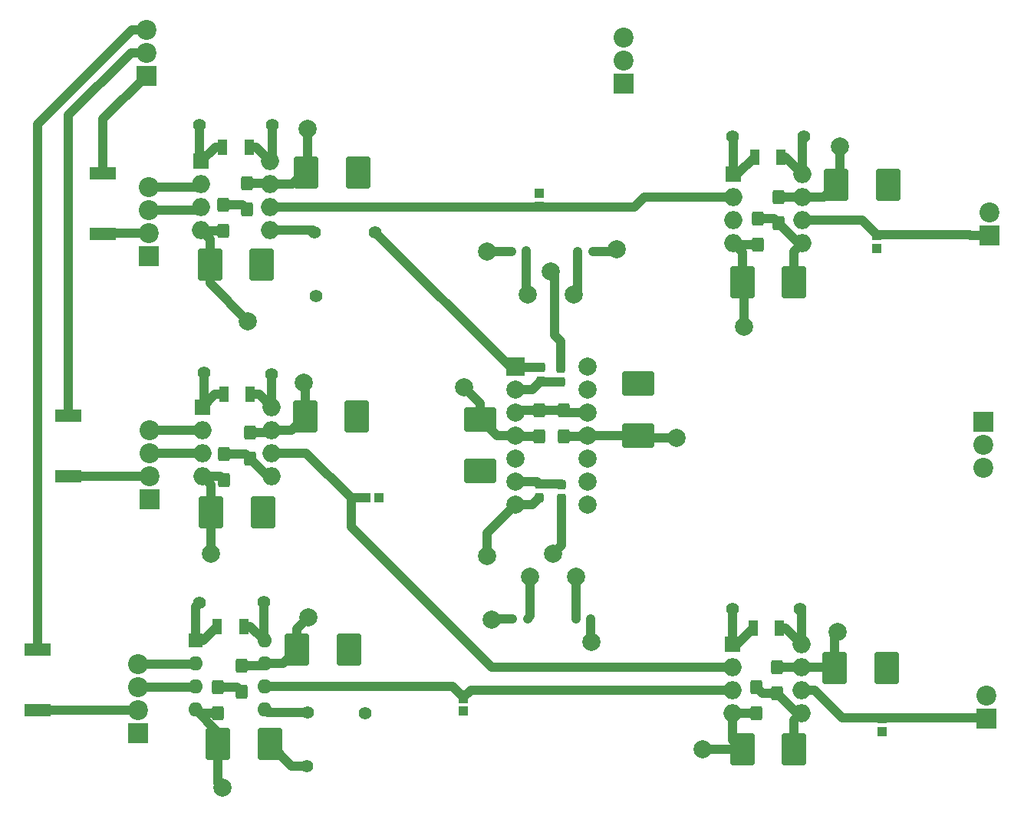
<source format=gbr>
%TF.GenerationSoftware,KiCad,Pcbnew,7.0.5*%
%TF.CreationDate,2023-07-31T13:29:29+02:00*%
%TF.ProjectId,Byaxon_2D_V1,42796178-6f6e-45f3-9244-5f56312e6b69,rev?*%
%TF.SameCoordinates,Original*%
%TF.FileFunction,Copper,L2,Bot*%
%TF.FilePolarity,Positive*%
%FSLAX46Y46*%
G04 Gerber Fmt 4.6, Leading zero omitted, Abs format (unit mm)*
G04 Created by KiCad (PCBNEW 7.0.5) date 2023-07-31 13:29:29*
%MOMM*%
%LPD*%
G01*
G04 APERTURE LIST*
G04 Aperture macros list*
%AMRoundRect*
0 Rectangle with rounded corners*
0 $1 Rounding radius*
0 $2 $3 $4 $5 $6 $7 $8 $9 X,Y pos of 4 corners*
0 Add a 4 corners polygon primitive as box body*
4,1,4,$2,$3,$4,$5,$6,$7,$8,$9,$2,$3,0*
0 Add four circle primitives for the rounded corners*
1,1,$1+$1,$2,$3*
1,1,$1+$1,$4,$5*
1,1,$1+$1,$6,$7*
1,1,$1+$1,$8,$9*
0 Add four rect primitives between the rounded corners*
20,1,$1+$1,$2,$3,$4,$5,0*
20,1,$1+$1,$4,$5,$6,$7,0*
20,1,$1+$1,$6,$7,$8,$9,0*
20,1,$1+$1,$8,$9,$2,$3,0*%
G04 Aperture macros list end*
%TA.AperFunction,ComponentPad*%
%ADD10R,1.800000X1.800000*%
%TD*%
%TA.AperFunction,ComponentPad*%
%ADD11O,2.000000X2.000000*%
%TD*%
%TA.AperFunction,ComponentPad*%
%ADD12C,1.400000*%
%TD*%
%TA.AperFunction,ComponentPad*%
%ADD13C,2.000000*%
%TD*%
%TA.AperFunction,ComponentPad*%
%ADD14R,2.200000X2.200000*%
%TD*%
%TA.AperFunction,ComponentPad*%
%ADD15C,2.200000*%
%TD*%
%TA.AperFunction,ComponentPad*%
%ADD16R,2.000000X2.000000*%
%TD*%
%TA.AperFunction,ComponentPad*%
%ADD17R,1.600000X1.600000*%
%TD*%
%TA.AperFunction,ComponentPad*%
%ADD18O,1.600000X1.600000*%
%TD*%
%TA.AperFunction,SMDPad,CuDef*%
%ADD19R,2.900000X1.450000*%
%TD*%
%TA.AperFunction,SMDPad,CuDef*%
%ADD20R,1.000000X1.750000*%
%TD*%
%TA.AperFunction,SMDPad,CuDef*%
%ADD21RoundRect,0.250000X0.425000X-0.537500X0.425000X0.537500X-0.425000X0.537500X-0.425000X-0.537500X0*%
%TD*%
%TA.AperFunction,SMDPad,CuDef*%
%ADD22R,1.000000X1.000000*%
%TD*%
%TA.AperFunction,SMDPad,CuDef*%
%ADD23RoundRect,0.250000X-1.112500X-1.500000X1.112500X-1.500000X1.112500X1.500000X-1.112500X1.500000X0*%
%TD*%
%TA.AperFunction,SMDPad,CuDef*%
%ADD24RoundRect,0.250000X1.112500X1.500000X-1.112500X1.500000X-1.112500X-1.500000X1.112500X-1.500000X0*%
%TD*%
%TA.AperFunction,SMDPad,CuDef*%
%ADD25RoundRect,0.250000X0.250000X-0.280000X0.250000X0.280000X-0.250000X0.280000X-0.250000X-0.280000X0*%
%TD*%
%TA.AperFunction,SMDPad,CuDef*%
%ADD26RoundRect,0.250000X-0.250000X0.280000X-0.250000X-0.280000X0.250000X-0.280000X0.250000X0.280000X0*%
%TD*%
%TA.AperFunction,SMDPad,CuDef*%
%ADD27R,0.762000X0.939800*%
%TD*%
%TA.AperFunction,SMDPad,CuDef*%
%ADD28RoundRect,0.250000X1.500000X-1.112500X1.500000X1.112500X-1.500000X1.112500X-1.500000X-1.112500X0*%
%TD*%
%TA.AperFunction,SMDPad,CuDef*%
%ADD29RoundRect,0.250000X-0.425000X0.537500X-0.425000X-0.537500X0.425000X-0.537500X0.425000X0.537500X0*%
%TD*%
%TA.AperFunction,ViaPad*%
%ADD30C,2.000000*%
%TD*%
%TA.AperFunction,Conductor*%
%ADD31C,1.000000*%
%TD*%
G04 APERTURE END LIST*
D10*
%TO.P,INA217_9,1,Rg*%
%TO.N,Net-(J9-Pin_1)*%
X116500000Y-109160000D03*
D11*
%TO.P,INA217_9,2,-*%
%TO.N,Net-(INA217_8-+)*%
X116500000Y-111700000D03*
%TO.P,INA217_9,3,+*%
%TO.N,Net-(INA217_9-+)*%
X116500000Y-114240000D03*
%TO.P,INA217_9,4,Vs-*%
%TO.N,-13*%
X116500000Y-116780000D03*
%TO.P,INA217_9,5,Ref*%
%TO.N,Earth*%
X124120000Y-116780000D03*
%TO.P,INA217_9,6*%
%TO.N,Net-(gradOutPut3-Pin_1)*%
X124120000Y-114240000D03*
%TO.P,INA217_9,7,Vs+*%
%TO.N,+13*%
X124120000Y-111700000D03*
%TO.P,INA217_9,8,Rg*%
%TO.N,Net-(J10-Pin_1)*%
X124120000Y-109160000D03*
%TD*%
D12*
%TO.P,J6,1,Pin_1*%
%TO.N,Net-(J6-Pin_1)*%
X65700000Y-51900000D03*
%TD*%
%TO.P,J8,1,Pin_1*%
%TO.N,Net-(J8-Pin_1)*%
X124400000Y-53100000D03*
%TD*%
%TO.P,J14,1,Pin_1*%
%TO.N,Net-(INA217_1-Ref)*%
X70400000Y-63725000D03*
%TD*%
%TO.P,J2,1,Pin_1*%
%TO.N,Net-(J2-Pin_1)*%
X64750000Y-104500000D03*
%TD*%
D13*
%TO.P,VR2,1,1*%
%TO.N,Net-(R11-Pad2)*%
X94200000Y-101700000D03*
%TO.P,VR2,2,2*%
%TO.N,Net-(R8-Pad1)*%
X96740000Y-99160000D03*
%TO.P,VR2,3,3*%
%TO.N,Net-(R12-Pad1)*%
X99280000Y-101700000D03*
%TD*%
D12*
%TO.P,J16,1,Pin_1*%
%TO.N,Net-(INA217_6-Ref)*%
X69600000Y-116700000D03*
%TD*%
D14*
%TO.P,connAlimen1,1,Pin_1*%
%TO.N,+13*%
X144200000Y-84600000D03*
D15*
%TO.P,connAlimen1,2,Pin_2*%
%TO.N,Earth*%
X144200000Y-87140000D03*
%TO.P,connAlimen1,3,Pin_3*%
%TO.N,-13*%
X144200000Y-89680000D03*
%TD*%
D14*
%TO.P,gradOutPut3,1,Pin_1*%
%TO.N,Net-(gradOutPut3-Pin_1)*%
X144500000Y-117390000D03*
D15*
%TO.P,gradOutPut3,2,Pin_2*%
%TO.N,Earth*%
X144500000Y-114850000D03*
%TD*%
D13*
%TO.P,VR1,1,1*%
%TO.N,Net-(R9-Pad2)*%
X93900000Y-70600000D03*
%TO.P,VR1,2,2*%
%TO.N,Net-(R28-Pad1)*%
X96440000Y-68060000D03*
%TO.P,VR1,3,3*%
%TO.N,Net-(R10-Pad1)*%
X98980000Y-70600000D03*
%TD*%
D10*
%TO.P,INA217_7,1,Rg*%
%TO.N,Net-(J3-Pin_1)*%
X58000000Y-83000000D03*
D11*
%TO.P,INA217_7,2,-*%
%TO.N,Net-(INA217_7--)*%
X58000000Y-85540000D03*
%TO.P,INA217_7,3,+*%
%TO.N,Net-(INA217_7-+)*%
X58000000Y-88080000D03*
%TO.P,INA217_7,4,Vs-*%
%TO.N,-13*%
X58000000Y-90620000D03*
%TO.P,INA217_7,5,Ref*%
%TO.N,Earth*%
X65620000Y-90620000D03*
%TO.P,INA217_7,6*%
%TO.N,Net-(INA217_8-+)*%
X65620000Y-88080000D03*
%TO.P,INA217_7,7,Vs+*%
%TO.N,+13*%
X65620000Y-85540000D03*
%TO.P,INA217_7,8,Rg*%
%TO.N,Net-(J4-Pin_1)*%
X65620000Y-83000000D03*
%TD*%
D12*
%TO.P,J12,1,Pin_1*%
%TO.N,Earth*%
X70500000Y-70725000D03*
%TD*%
%TO.P,J18,1,Pin_1*%
%TO.N,Earth*%
X69500000Y-122600000D03*
%TD*%
D14*
%TO.P,Lemo5,1,Pin_1*%
%TO.N,Earth*%
X52200000Y-93137500D03*
D15*
%TO.P,Lemo5,2,Pin_2*%
%TO.N,Net-(Lemo5-Pin_2)*%
X52200000Y-90597500D03*
%TO.P,Lemo5,3,Pin_3*%
%TO.N,Net-(INA217_7-+)*%
X52200000Y-88057500D03*
%TO.P,Lemo5,4,Pin_4*%
%TO.N,Net-(INA217_7--)*%
X52200000Y-85517500D03*
%TD*%
D16*
%TO.P,U1,1*%
%TO.N,Net-(J13-Pin_1)*%
X92530500Y-78570000D03*
D13*
%TO.P,U1,2,-*%
%TO.N,Net-(U1A--)*%
X92530500Y-81110000D03*
%TO.P,U1,3,+*%
%TO.N,Earth*%
X92530500Y-83650000D03*
%TO.P,U1,4,V+*%
%TO.N,+13*%
X92530500Y-86190000D03*
%TO.P,U1,5,+*%
%TO.N,Earth*%
X92530500Y-88730000D03*
%TO.P,U1,6,-*%
%TO.N,Net-(U1B--)*%
X92530500Y-91270000D03*
%TO.P,U1,7*%
%TO.N,Net-(J15-Pin_1)*%
X92530500Y-93810000D03*
%TO.P,U1,8*%
%TO.N,Net-(U1C--)*%
X100470500Y-93810000D03*
%TO.P,U1,9,-*%
X100470500Y-91270000D03*
%TO.P,U1,10,+*%
%TO.N,Earth*%
X100470500Y-88730000D03*
%TO.P,U1,11,V-*%
%TO.N,-13*%
X100470500Y-86190000D03*
%TO.P,U1,12,+*%
%TO.N,Earth*%
X100470500Y-83650000D03*
%TO.P,U1,13,-*%
%TO.N,Net-(U1D--)*%
X100470500Y-81110000D03*
%TO.P,U1,14*%
X100470500Y-78570000D03*
%TD*%
D12*
%TO.P,J4,1,Pin_1*%
%TO.N,Net-(J4-Pin_1)*%
X65620000Y-79400000D03*
%TD*%
D10*
%TO.P,INA217_1,1,Rg*%
%TO.N,Net-(J5-Pin_1)*%
X57880000Y-55867500D03*
D11*
%TO.P,INA217_1,2,-*%
%TO.N,Net-(INA217_1--)*%
X57880000Y-58407500D03*
%TO.P,INA217_1,3,+*%
%TO.N,Net-(INA217_1-+)*%
X57880000Y-60947500D03*
%TO.P,INA217_1,4,Vs-*%
%TO.N,-13*%
X57880000Y-63487500D03*
%TO.P,INA217_1,5,Ref*%
%TO.N,Net-(INA217_1-Ref)*%
X65500000Y-63487500D03*
%TO.P,INA217_1,6*%
%TO.N,Net-(INA217_8--)*%
X65500000Y-60947500D03*
%TO.P,INA217_1,7,Vs+*%
%TO.N,+13*%
X65500000Y-58407500D03*
%TO.P,INA217_1,8,Rg*%
%TO.N,Net-(J6-Pin_1)*%
X65500000Y-55867500D03*
%TD*%
D14*
%TO.P,Lemo6,1,Pin_1*%
%TO.N,Earth*%
X52100000Y-66380000D03*
D15*
%TO.P,Lemo6,2,Pin_2*%
%TO.N,Net-(Lemo6-Pin_2)*%
X52100000Y-63840000D03*
%TO.P,Lemo6,3,Pin_3*%
%TO.N,Net-(INA217_1-+)*%
X52100000Y-61300000D03*
%TO.P,Lemo6,4,Pin_4*%
%TO.N,Net-(INA217_1--)*%
X52100000Y-58760000D03*
%TD*%
D12*
%TO.P,J3,1,Pin_1*%
%TO.N,Net-(J3-Pin_1)*%
X58220000Y-79220000D03*
%TD*%
D14*
%TO.P,connAlimen9v1,1,Pin_1*%
%TO.N,Earth*%
X104500000Y-47300000D03*
D15*
%TO.P,connAlimen9v1,2,Pin_2*%
%TO.N,unconnected-(connAlimen9v1-Pin_2-Pad2)*%
X104500000Y-44760000D03*
%TO.P,connAlimen9v1,3,Pin_3*%
%TO.N,unconnected-(connAlimen9v1-Pin_3-Pad3)*%
X104500000Y-42220000D03*
%TD*%
%TO.P,gradOutPut4,2,Pin_2*%
%TO.N,Earth*%
X144900000Y-61500000D03*
D14*
%TO.P,gradOutPut4,1,Pin_1*%
%TO.N,Net-(gradOutPut4-Pin_1)*%
X144900000Y-64040000D03*
%TD*%
%TO.P,connPotes2,1,Pin_1*%
%TO.N,Net-(connPotes2-Pin_1)*%
X51800000Y-46400000D03*
D15*
%TO.P,connPotes2,2,Pin_2*%
%TO.N,Net-(connPotes2-Pin_2)*%
X51800000Y-43860000D03*
%TO.P,connPotes2,3,Pin_3*%
%TO.N,Net-(connPotes2-Pin_3)*%
X51800000Y-41320000D03*
%TD*%
D14*
%TO.P,Lemo4,1,Pin_1*%
%TO.N,Earth*%
X50900000Y-119020000D03*
D15*
%TO.P,Lemo4,2,Pin_2*%
%TO.N,Net-(Lemo4-Pin_2)*%
X50900000Y-116480000D03*
%TO.P,Lemo4,3,Pin_3*%
%TO.N,Net-(INA217_6-+)*%
X50900000Y-113940000D03*
%TO.P,Lemo4,4,Pin_4*%
%TO.N,Net-(INA217_6--)*%
X50900000Y-111400000D03*
%TD*%
D12*
%TO.P,J9,1,Pin_1*%
%TO.N,Net-(J9-Pin_1)*%
X116500000Y-105300000D03*
%TD*%
%TO.P,J13,1,Pin_1*%
%TO.N,Net-(J13-Pin_1)*%
X77100000Y-63725000D03*
%TD*%
D10*
%TO.P,INA217_8,1,Rg*%
%TO.N,Net-(J7-Pin_1)*%
X116600000Y-57300000D03*
D11*
%TO.P,INA217_8,2,-*%
%TO.N,Net-(INA217_8--)*%
X116600000Y-59840000D03*
%TO.P,INA217_8,3,+*%
%TO.N,Net-(INA217_8-+)*%
X116600000Y-62380000D03*
%TO.P,INA217_8,4,Vs-*%
%TO.N,-13*%
X116600000Y-64920000D03*
%TO.P,INA217_8,5,Ref*%
%TO.N,Earth*%
X124220000Y-64920000D03*
%TO.P,INA217_8,6*%
%TO.N,Net-(gradOutPut4-Pin_1)*%
X124220000Y-62380000D03*
%TO.P,INA217_8,7,Vs+*%
%TO.N,+13*%
X124220000Y-59840000D03*
%TO.P,INA217_8,8,Rg*%
%TO.N,Net-(J8-Pin_1)*%
X124220000Y-57300000D03*
%TD*%
D17*
%TO.P,INA217_6,1,Rg*%
%TO.N,Net-(J1-Pin_1)*%
X57260000Y-108780000D03*
D18*
%TO.P,INA217_6,2,-*%
%TO.N,Net-(INA217_6--)*%
X57260000Y-111320000D03*
%TO.P,INA217_6,3,+*%
%TO.N,Net-(INA217_6-+)*%
X57260000Y-113860000D03*
%TO.P,INA217_6,4,Vs-*%
%TO.N,-13*%
X57260000Y-116400000D03*
%TO.P,INA217_6,5,Ref*%
%TO.N,Net-(INA217_6-Ref)*%
X64880000Y-116400000D03*
%TO.P,INA217_6,6*%
%TO.N,Net-(INA217_9-+)*%
X64880000Y-113860000D03*
%TO.P,INA217_6,7,Vs+*%
%TO.N,+13*%
X64880000Y-111320000D03*
%TO.P,INA217_6,8,Rg*%
%TO.N,Net-(J2-Pin_1)*%
X64880000Y-108780000D03*
%TD*%
D12*
%TO.P,J5,1,Pin_1*%
%TO.N,Net-(J5-Pin_1)*%
X57700000Y-51887500D03*
%TD*%
%TO.P,J10,1,Pin_1*%
%TO.N,Net-(J10-Pin_1)*%
X124000000Y-105300000D03*
%TD*%
%TO.P,J1,1,Pin_1*%
%TO.N,Net-(J1-Pin_1)*%
X57700000Y-104600000D03*
%TD*%
%TO.P,J7,1,Pin_1*%
%TO.N,Net-(J7-Pin_1)*%
X116500000Y-53100000D03*
%TD*%
%TO.P,J15,1,Pin_1*%
%TO.N,Net-(J15-Pin_1)*%
X76000000Y-116800000D03*
%TD*%
D19*
%TO.P,R2,2*%
%TO.N,Net-(connPotes2-Pin_3)*%
X39800000Y-109800000D03*
%TO.P,R2,1*%
%TO.N,Net-(Lemo4-Pin_2)*%
X39800000Y-116450000D03*
%TD*%
D20*
%TO.P,R5,1*%
%TO.N,Net-(J1-Pin_1)*%
X59650000Y-107200000D03*
%TO.P,R5,2*%
%TO.N,Net-(J2-Pin_1)*%
X62550000Y-107200000D03*
%TD*%
D21*
%TO.P,C36,1,1*%
%TO.N,-13*%
X59700000Y-116800000D03*
%TO.P,C36,2,2*%
%TO.N,Earth*%
X59700000Y-113925000D03*
%TD*%
%TO.P,C39,1,1*%
%TO.N,Earth*%
X62900000Y-61162500D03*
%TO.P,C39,2,2*%
%TO.N,+13*%
X62900000Y-58287500D03*
%TD*%
D22*
%TO.P,R15,1*%
%TO.N,Net-(INA217_8-+)*%
X76050000Y-93050000D03*
%TO.P,R15,2*%
%TO.N,Earth*%
X77450000Y-93050000D03*
%TD*%
D21*
%TO.P,C22,1,1*%
%TO.N,-13*%
X119300000Y-65037500D03*
%TO.P,C22,2,2*%
%TO.N,Earth*%
X119300000Y-62162500D03*
%TD*%
D23*
%TO.P,C38,1,1*%
%TO.N,-13*%
X58837500Y-67287500D03*
%TO.P,C38,2,2*%
%TO.N,Earth*%
X64562500Y-67287500D03*
%TD*%
D24*
%TO.P,C25,1,1*%
%TO.N,Earth*%
X133525000Y-111800000D03*
%TO.P,C25,2,2*%
%TO.N,+13*%
X127800000Y-111800000D03*
%TD*%
D23*
%TO.P,C34,1,1*%
%TO.N,-13*%
X58957500Y-94620000D03*
%TO.P,C34,2,2*%
%TO.N,Earth*%
X64682500Y-94620000D03*
%TD*%
D25*
%TO.P,R6,1*%
%TO.N,Net-(U1A--)*%
X95370500Y-80180000D03*
%TO.P,R6,2*%
%TO.N,Net-(J13-Pin_1)*%
X95370500Y-78640000D03*
%TD*%
D19*
%TO.P,R1,1*%
%TO.N,Net-(Lemo5-Pin_2)*%
X43200000Y-90600000D03*
%TO.P,R1,2*%
%TO.N,Net-(connPotes2-Pin_2)*%
X43200000Y-83950000D03*
%TD*%
D26*
%TO.P,R28,1*%
%TO.N,Net-(R28-Pad1)*%
X97570500Y-78670000D03*
%TO.P,R28,2*%
%TO.N,Net-(U1A--)*%
X97570500Y-80210000D03*
%TD*%
D21*
%TO.P,C27,1,1*%
%TO.N,Earth*%
X121600000Y-62700000D03*
%TO.P,C27,2,2*%
%TO.N,+13*%
X121600000Y-59825000D03*
%TD*%
D24*
%TO.P,C37,1,1*%
%TO.N,Earth*%
X75162500Y-57125000D03*
%TO.P,C37,2,2*%
%TO.N,+13*%
X69437500Y-57125000D03*
%TD*%
D20*
%TO.P,R4,1*%
%TO.N,Net-(J3-Pin_1)*%
X60370000Y-81620000D03*
%TO.P,R4,2*%
%TO.N,Net-(J4-Pin_1)*%
X63270000Y-81620000D03*
%TD*%
D27*
%TO.P,R10,1*%
%TO.N,Net-(R10-Pad1)*%
X99400000Y-65800000D03*
%TO.P,R10,2*%
%TO.N,-13*%
X101076400Y-65800000D03*
%TD*%
D26*
%TO.P,R7,1*%
%TO.N,Net-(U1B--)*%
X95170500Y-91510000D03*
%TO.P,R7,2*%
%TO.N,Net-(J15-Pin_1)*%
X95170500Y-93050000D03*
%TD*%
D28*
%TO.P,C1,1,1*%
%TO.N,Earth*%
X88670500Y-90072500D03*
%TO.P,C1,2,2*%
%TO.N,+13*%
X88670500Y-84347500D03*
%TD*%
D24*
%TO.P,C29,1,1*%
%TO.N,Earth*%
X133662500Y-58500000D03*
%TO.P,C29,2,2*%
%TO.N,+13*%
X127937500Y-58500000D03*
%TD*%
D27*
%TO.P,R9,1*%
%TO.N,+13*%
X92100000Y-65800000D03*
%TO.P,R9,2*%
%TO.N,Net-(R9-Pad2)*%
X93776400Y-65800000D03*
%TD*%
D24*
%TO.P,C33,1,1*%
%TO.N,Earth*%
X74162500Y-109800000D03*
%TO.P,C33,2,2*%
%TO.N,+13*%
X68437500Y-109800000D03*
%TD*%
D21*
%TO.P,C4,1,1*%
%TO.N,-13*%
X97870500Y-86247500D03*
%TO.P,C4,2,2*%
%TO.N,Earth*%
X97870500Y-83372500D03*
%TD*%
D22*
%TO.P,R13,1*%
%TO.N,Net-(INA217_8--)*%
X95200000Y-60800000D03*
%TO.P,R13,2*%
%TO.N,Earth*%
X95200000Y-59400000D03*
%TD*%
D20*
%TO.P,R20,1*%
%TO.N,Net-(J7-Pin_1)*%
X118950000Y-55400000D03*
%TO.P,R20,2*%
%TO.N,Net-(J8-Pin_1)*%
X121850000Y-55400000D03*
%TD*%
D22*
%TO.P,R16,1*%
%TO.N,Net-(INA217_9-+)*%
X86800000Y-115150000D03*
%TO.P,R16,2*%
%TO.N,Earth*%
X86800000Y-116550000D03*
%TD*%
D21*
%TO.P,C40,1,1*%
%TO.N,-13*%
X60420000Y-91057500D03*
%TO.P,C40,2,2*%
%TO.N,Earth*%
X60420000Y-88182500D03*
%TD*%
D29*
%TO.P,C3,1,1*%
%TO.N,Earth*%
X95170500Y-83335000D03*
%TO.P,C3,2,2*%
%TO.N,+13*%
X95170500Y-86210000D03*
%TD*%
D21*
%TO.P,C23,1,1*%
%TO.N,Earth*%
X63220000Y-88657500D03*
%TO.P,C23,2,2*%
%TO.N,+13*%
X63220000Y-85782500D03*
%TD*%
%TO.P,C32,1,1*%
%TO.N,-13*%
X60300000Y-63562500D03*
%TO.P,C32,2,2*%
%TO.N,Earth*%
X60300000Y-60687500D03*
%TD*%
D20*
%TO.P,R14,1*%
%TO.N,Net-(J9-Pin_1)*%
X118800000Y-107400000D03*
%TO.P,R14,2*%
%TO.N,Net-(J10-Pin_1)*%
X121700000Y-107400000D03*
%TD*%
D23*
%TO.P,C30,1,1*%
%TO.N,-13*%
X117575000Y-120800000D03*
%TO.P,C30,2,2*%
%TO.N,Earth*%
X123300000Y-120800000D03*
%TD*%
D22*
%TO.P,R18,1*%
%TO.N,Earth*%
X133000000Y-118800000D03*
%TO.P,R18,2*%
%TO.N,Net-(gradOutPut3-Pin_1)*%
X133000000Y-117400000D03*
%TD*%
D20*
%TO.P,R26,1*%
%TO.N,Net-(J5-Pin_1)*%
X60250000Y-54287500D03*
%TO.P,R26,2*%
%TO.N,Net-(J6-Pin_1)*%
X63150000Y-54287500D03*
%TD*%
D23*
%TO.P,C21,1,1*%
%TO.N,-13*%
X117600000Y-69200000D03*
%TO.P,C21,2,2*%
%TO.N,Earth*%
X123325000Y-69200000D03*
%TD*%
D25*
%TO.P,R8,1*%
%TO.N,Net-(R8-Pad1)*%
X97670500Y-93080000D03*
%TO.P,R8,2*%
%TO.N,Net-(U1B--)*%
X97670500Y-91540000D03*
%TD*%
D28*
%TO.P,C2,1,1*%
%TO.N,-13*%
X106070500Y-86110000D03*
%TO.P,C2,2,2*%
%TO.N,Earth*%
X106070500Y-80385000D03*
%TD*%
D24*
%TO.P,C24,1,1*%
%TO.N,Earth*%
X75062500Y-84000000D03*
%TO.P,C24,2,2*%
%TO.N,+13*%
X69337500Y-84000000D03*
%TD*%
D21*
%TO.P,C35,1,1*%
%TO.N,Earth*%
X62300000Y-114437500D03*
%TO.P,C35,2,2*%
%TO.N,+13*%
X62300000Y-111562500D03*
%TD*%
D27*
%TO.P,R11,1*%
%TO.N,+13*%
X92201800Y-106360000D03*
%TO.P,R11,2*%
%TO.N,Net-(R11-Pad2)*%
X93878200Y-106360000D03*
%TD*%
D23*
%TO.P,C26,1,1*%
%TO.N,-13*%
X59737500Y-120200000D03*
%TO.P,C26,2,2*%
%TO.N,Earth*%
X65462500Y-120200000D03*
%TD*%
D19*
%TO.P,R3,1*%
%TO.N,Net-(Lemo6-Pin_2)*%
X47000000Y-63850000D03*
%TO.P,R3,2*%
%TO.N,Net-(connPotes2-Pin_1)*%
X47000000Y-57200000D03*
%TD*%
D22*
%TO.P,R19,1*%
%TO.N,Earth*%
X132400000Y-65450000D03*
%TO.P,R19,2*%
%TO.N,Net-(gradOutPut4-Pin_1)*%
X132400000Y-64050000D03*
%TD*%
D27*
%TO.P,R12,1*%
%TO.N,Net-(R12-Pad1)*%
X99201800Y-106360000D03*
%TO.P,R12,2*%
%TO.N,-13*%
X100878200Y-106360000D03*
%TD*%
D21*
%TO.P,C31,1,1*%
%TO.N,Earth*%
X121400000Y-114575000D03*
%TO.P,C31,2,2*%
%TO.N,+13*%
X121400000Y-111700000D03*
%TD*%
%TO.P,C28,1,1*%
%TO.N,-13*%
X119100000Y-116775000D03*
%TO.P,C28,2,2*%
%TO.N,Earth*%
X119100000Y-113900000D03*
%TD*%
D30*
%TO.N,Net-(J15-Pin_1)*%
X89400000Y-99450000D03*
%TO.N,+13*%
X89900000Y-106500000D03*
%TO.N,-13*%
X100900000Y-108900000D03*
X103700000Y-65600000D03*
%TO.N,+13*%
X89400000Y-65800000D03*
%TO.N,-13*%
X117800000Y-74100000D03*
X63000000Y-73500000D03*
X58900000Y-99200000D03*
X113200000Y-120800000D03*
X110300000Y-86400000D03*
X60200000Y-125000000D03*
%TO.N,+13*%
X128100000Y-107800000D03*
X69700000Y-106200000D03*
X69200000Y-80300000D03*
X86900000Y-80800000D03*
X69600000Y-52300000D03*
X128400000Y-54200000D03*
%TD*%
D31*
%TO.N,Net-(gradOutPut3-Pin_1)*%
X125534213Y-114240000D02*
X124120000Y-114240000D01*
X128594213Y-117300000D02*
X125534213Y-114240000D01*
X144500000Y-117390000D02*
X144410000Y-117300000D01*
X144410000Y-117300000D02*
X128594213Y-117300000D01*
%TO.N,Net-(gradOutPut4-Pin_1)*%
X142710000Y-63950000D02*
X132400000Y-63950000D01*
X142800000Y-64040000D02*
X142710000Y-63950000D01*
X144900000Y-64040000D02*
X142800000Y-64040000D01*
X130830000Y-62380000D02*
X132400000Y-63950000D01*
X124220000Y-62380000D02*
X130830000Y-62380000D01*
%TO.N,Net-(J15-Pin_1)*%
X89400000Y-99450000D02*
X89400000Y-96940500D01*
X89400000Y-96940500D02*
X92530500Y-93810000D01*
%TO.N,Net-(INA217_9-+)*%
X87610000Y-114240000D02*
X86800000Y-115050000D01*
X116500000Y-114240000D02*
X87610000Y-114240000D01*
X85610000Y-113860000D02*
X86800000Y-115050000D01*
X64880000Y-113860000D02*
X85610000Y-113860000D01*
%TO.N,Net-(INA217_8-+)*%
X89950000Y-111700000D02*
X74450000Y-96200000D01*
X74450000Y-96200000D02*
X74450000Y-93050000D01*
X116500000Y-111700000D02*
X89950000Y-111700000D01*
X74450000Y-93050000D02*
X75950000Y-93050000D01*
X69480000Y-88080000D02*
X74450000Y-93050000D01*
X65620000Y-88080000D02*
X69480000Y-88080000D01*
%TO.N,+13*%
X90040000Y-106360000D02*
X89900000Y-106500000D01*
X92201800Y-106360000D02*
X90040000Y-106360000D01*
%TO.N,-13*%
X100878200Y-108878200D02*
X100900000Y-108900000D01*
X100878200Y-106360000D02*
X100878200Y-108878200D01*
%TO.N,Net-(R12-Pad1)*%
X99280000Y-106281800D02*
X99201800Y-106360000D01*
X99280000Y-101700000D02*
X99280000Y-106281800D01*
%TO.N,Net-(R11-Pad2)*%
X94200000Y-106038200D02*
X93878200Y-106360000D01*
X94200000Y-101700000D02*
X94200000Y-106038200D01*
%TO.N,Net-(R8-Pad1)*%
X97670500Y-98229500D02*
X96740000Y-99160000D01*
X97670500Y-93080000D02*
X97670500Y-98229500D01*
%TO.N,Net-(U1B--)*%
X97640500Y-91510000D02*
X97670500Y-91540000D01*
X95170500Y-91510000D02*
X97640500Y-91510000D01*
X94930500Y-91270000D02*
X95170500Y-91510000D01*
X92530500Y-91270000D02*
X94930500Y-91270000D01*
%TO.N,Net-(J15-Pin_1)*%
X92530500Y-93810000D02*
X94410500Y-93810000D01*
X94410500Y-93810000D02*
X95170500Y-93050000D01*
%TO.N,Net-(J13-Pin_1)*%
X95370500Y-78640000D02*
X92600500Y-78640000D01*
X92600500Y-78640000D02*
X92530500Y-78570000D01*
%TO.N,Net-(U1A--)*%
X97570500Y-80210000D02*
X95400500Y-80210000D01*
X95400500Y-80210000D02*
X95370500Y-80180000D01*
%TO.N,Net-(R28-Pad1)*%
X96870500Y-75070500D02*
X97570500Y-75770500D01*
X96440000Y-68060000D02*
X96870500Y-68490500D01*
X96870500Y-68490500D02*
X96870500Y-75070500D01*
X97570500Y-75770500D02*
X97570500Y-78670000D01*
%TO.N,-13*%
X103500000Y-65800000D02*
X103700000Y-65600000D01*
X101076400Y-65800000D02*
X103500000Y-65800000D01*
%TO.N,Net-(R10-Pad1)*%
X99400000Y-70180000D02*
X98980000Y-70600000D01*
X99400000Y-65800000D02*
X99400000Y-70180000D01*
%TO.N,Net-(R9-Pad2)*%
X93776400Y-70476400D02*
X93900000Y-70600000D01*
X93776400Y-65800000D02*
X93776400Y-70476400D01*
%TO.N,+13*%
X89400000Y-65800000D02*
X92100000Y-65800000D01*
%TO.N,Earth*%
X67862500Y-122600000D02*
X65462500Y-120200000D01*
X69500000Y-122600000D02*
X67862500Y-122600000D01*
%TO.N,Net-(INA217_6-Ref)*%
X65180000Y-116700000D02*
X64880000Y-116400000D01*
X69600000Y-116700000D02*
X65180000Y-116700000D01*
%TO.N,Net-(J13-Pin_1)*%
X91945000Y-78570000D02*
X77100000Y-63725000D01*
X92530500Y-78570000D02*
X91945000Y-78570000D01*
%TO.N,Net-(U1A--)*%
X94440500Y-81110000D02*
X95370500Y-80180000D01*
X92530500Y-81110000D02*
X94440500Y-81110000D01*
%TO.N,Earth*%
X98148000Y-83650000D02*
X97870500Y-83372500D01*
X100470500Y-83650000D02*
X98148000Y-83650000D01*
X92845500Y-83335000D02*
X92530500Y-83650000D01*
X95170500Y-83335000D02*
X92845500Y-83335000D01*
%TO.N,-13*%
X100413000Y-86247500D02*
X100470500Y-86190000D01*
X97870500Y-86247500D02*
X100413000Y-86247500D01*
%TO.N,+13*%
X92550500Y-86210000D02*
X92530500Y-86190000D01*
X95170500Y-86210000D02*
X92550500Y-86210000D01*
%TO.N,Earth*%
X97833000Y-83335000D02*
X97870500Y-83372500D01*
X95170500Y-83335000D02*
X97833000Y-83335000D01*
%TO.N,+13*%
X90513000Y-86190000D02*
X92530500Y-86190000D01*
X88670500Y-84347500D02*
X90513000Y-86190000D01*
%TO.N,-13*%
X100550500Y-86110000D02*
X100470500Y-86190000D01*
X106070500Y-86110000D02*
X100550500Y-86110000D01*
%TO.N,Net-(R9-Pad2)*%
X93729500Y-65753100D02*
X93776400Y-65800000D01*
%TO.N,Net-(INA217_8--)*%
X95152500Y-60947500D02*
X65500000Y-60947500D01*
X95200000Y-60900000D02*
X95152500Y-60947500D01*
X105700000Y-60900000D02*
X95200000Y-60900000D01*
X106760000Y-59840000D02*
X105700000Y-60900000D01*
X116600000Y-59840000D02*
X106760000Y-59840000D01*
%TO.N,Net-(INA217_1-Ref)*%
X70162500Y-63487500D02*
X70400000Y-63725000D01*
X65500000Y-63487500D02*
X70162500Y-63487500D01*
%TO.N,Net-(connPotes2-Pin_3)*%
X50244366Y-41320000D02*
X51800000Y-41320000D01*
X39800000Y-51764366D02*
X50244366Y-41320000D01*
X39800000Y-109800000D02*
X39800000Y-51764366D01*
%TO.N,Net-(connPotes2-Pin_2)*%
X43200000Y-50800000D02*
X50140000Y-43860000D01*
X50140000Y-43860000D02*
X51800000Y-43860000D01*
X43200000Y-83950000D02*
X43200000Y-50800000D01*
%TO.N,Net-(connPotes2-Pin_1)*%
X47000000Y-51200000D02*
X51800000Y-46400000D01*
X47000000Y-57200000D02*
X47000000Y-51200000D01*
%TO.N,Net-(INA217_6-+)*%
X57180000Y-113940000D02*
X57260000Y-113860000D01*
X50900000Y-113940000D02*
X57180000Y-113940000D01*
%TO.N,Net-(INA217_6--)*%
X57180000Y-111400000D02*
X57260000Y-111320000D01*
X50900000Y-111400000D02*
X57180000Y-111400000D01*
%TO.N,Net-(Lemo4-Pin_2)*%
X50870000Y-116450000D02*
X50900000Y-116480000D01*
X39800000Y-116450000D02*
X50870000Y-116450000D01*
%TO.N,Net-(Lemo5-Pin_2)*%
X52197500Y-90600000D02*
X52200000Y-90597500D01*
X43200000Y-90600000D02*
X52197500Y-90600000D01*
%TO.N,Net-(INA217_7-+)*%
X57977500Y-88057500D02*
X58000000Y-88080000D01*
X52200000Y-88057500D02*
X57977500Y-88057500D01*
%TO.N,Net-(INA217_7--)*%
X57977500Y-85517500D02*
X58000000Y-85540000D01*
X52200000Y-85517500D02*
X57977500Y-85517500D01*
%TO.N,Net-(Lemo6-Pin_2)*%
X47010000Y-63840000D02*
X47000000Y-63850000D01*
X52100000Y-63840000D02*
X47010000Y-63840000D01*
%TO.N,Net-(INA217_1-+)*%
X57527500Y-61300000D02*
X57880000Y-60947500D01*
X52100000Y-61300000D02*
X57527500Y-61300000D01*
%TO.N,Net-(INA217_1--)*%
X57527500Y-58760000D02*
X57880000Y-58407500D01*
X52100000Y-58760000D02*
X57527500Y-58760000D01*
%TO.N,-13*%
X117800000Y-69400000D02*
X117600000Y-69200000D01*
X117800000Y-74100000D02*
X117800000Y-69400000D01*
X58837500Y-67287500D02*
X58837500Y-69337500D01*
X58837500Y-69337500D02*
X63000000Y-73500000D01*
X58900000Y-94677500D02*
X58957500Y-94620000D01*
X58900000Y-99200000D02*
X58900000Y-94677500D01*
X113200000Y-120800000D02*
X117575000Y-120800000D01*
X106360500Y-86400000D02*
X106070500Y-86110000D01*
X110300000Y-86400000D02*
X106360500Y-86400000D01*
X59737500Y-124537500D02*
X60200000Y-125000000D01*
X59737500Y-120200000D02*
X59737500Y-124537500D01*
X116800000Y-121575000D02*
X117575000Y-120800000D01*
%TO.N,+13*%
X127800000Y-108100000D02*
X128100000Y-107800000D01*
X127800000Y-111800000D02*
X127800000Y-108100000D01*
X68437500Y-109800000D02*
X68437500Y-107462500D01*
X68437500Y-107462500D02*
X69700000Y-106200000D01*
X69337500Y-80437500D02*
X69200000Y-80300000D01*
X69337500Y-84000000D02*
X69337500Y-80437500D01*
X88670500Y-82570500D02*
X86900000Y-80800000D01*
X88670500Y-84347500D02*
X88670500Y-82570500D01*
X69600000Y-52300000D02*
X69600000Y-56962500D01*
X69600000Y-56962500D02*
X69437500Y-57125000D01*
X128400000Y-58037500D02*
X127937500Y-58500000D01*
X128400000Y-54200000D02*
X128400000Y-58037500D01*
%TO.N,-13*%
X117600000Y-65920000D02*
X116600000Y-64920000D01*
X58837500Y-64445000D02*
X57880000Y-63487500D01*
X60300000Y-63562500D02*
X57955000Y-63562500D01*
X116717500Y-65037500D02*
X116600000Y-64920000D01*
X59982500Y-90620000D02*
X60420000Y-91057500D01*
X59700000Y-116800000D02*
X57660000Y-116800000D01*
X57955000Y-63562500D02*
X57880000Y-63487500D01*
X58000000Y-90620000D02*
X59982500Y-90620000D01*
X116500000Y-119725000D02*
X117575000Y-120800000D01*
X59737500Y-120200000D02*
X59737500Y-118877500D01*
X58837500Y-67287500D02*
X58837500Y-64445000D01*
X119300000Y-65037500D02*
X116717500Y-65037500D01*
X119095000Y-116780000D02*
X119100000Y-116775000D01*
X116500000Y-116780000D02*
X116500000Y-119725000D01*
X58957500Y-94620000D02*
X58957500Y-91577500D01*
X57660000Y-116800000D02*
X57260000Y-116400000D01*
X58957500Y-91577500D02*
X58000000Y-90620000D01*
X116500000Y-116780000D02*
X119095000Y-116780000D01*
X117600000Y-69200000D02*
X117600000Y-65920000D01*
X59737500Y-118877500D02*
X57260000Y-116400000D01*
%TO.N,Earth*%
X61787500Y-113925000D02*
X62300000Y-114437500D01*
X119775000Y-114575000D02*
X119100000Y-113900000D01*
X59700000Y-113925000D02*
X61787500Y-113925000D01*
X124220000Y-64920000D02*
X123820000Y-64920000D01*
X123325000Y-69200000D02*
X123325000Y-65815000D01*
X62745000Y-88182500D02*
X63220000Y-88657500D01*
X65620000Y-90620000D02*
X65182500Y-90620000D01*
X123300000Y-120800000D02*
X123300000Y-117600000D01*
X123300000Y-117600000D02*
X124120000Y-116780000D01*
X60300000Y-60687500D02*
X62425000Y-60687500D01*
X123820000Y-64920000D02*
X121600000Y-62700000D01*
X60420000Y-88182500D02*
X62745000Y-88182500D01*
X119300000Y-62162500D02*
X121062500Y-62162500D01*
X123325000Y-65815000D02*
X124220000Y-64920000D01*
X65182500Y-90620000D02*
X63220000Y-88657500D01*
X62425000Y-60687500D02*
X62900000Y-61162500D01*
X121062500Y-62162500D02*
X121600000Y-62700000D01*
X121400000Y-114575000D02*
X119775000Y-114575000D01*
X123605000Y-116780000D02*
X121400000Y-114575000D01*
X124120000Y-116780000D02*
X123605000Y-116780000D01*
%TO.N,+13*%
X65377500Y-85782500D02*
X65620000Y-85540000D01*
X69437500Y-57125000D02*
X69175000Y-57125000D01*
X62900000Y-58287500D02*
X65380000Y-58287500D01*
X69337500Y-84000000D02*
X67797500Y-85540000D01*
X124120000Y-111700000D02*
X127700000Y-111700000D01*
X64880000Y-111320000D02*
X66917500Y-111320000D01*
X124220000Y-59840000D02*
X126597500Y-59840000D01*
X121600000Y-59825000D02*
X124205000Y-59825000D01*
X126597500Y-59840000D02*
X127937500Y-58500000D01*
X64637500Y-111562500D02*
X64880000Y-111320000D01*
X69175000Y-57125000D02*
X67892500Y-58407500D01*
X65380000Y-58287500D02*
X65500000Y-58407500D01*
X67797500Y-85540000D02*
X65620000Y-85540000D01*
X63220000Y-85782500D02*
X65377500Y-85782500D01*
X127700000Y-111700000D02*
X127800000Y-111800000D01*
X124205000Y-59825000D02*
X124220000Y-59840000D01*
X66917500Y-111320000D02*
X68437500Y-109800000D01*
X121400000Y-111700000D02*
X124120000Y-111700000D01*
X62300000Y-111562500D02*
X64637500Y-111562500D01*
X67892500Y-58407500D02*
X65500000Y-58407500D01*
%TO.N,Net-(J5-Pin_1)*%
X59460000Y-54287500D02*
X57880000Y-55867500D01*
X57700000Y-51887500D02*
X57700000Y-55687500D01*
X57700000Y-55687500D02*
X57880000Y-55867500D01*
X60250000Y-54287500D02*
X59460000Y-54287500D01*
%TO.N,Net-(J6-Pin_1)*%
X65700000Y-55667500D02*
X65500000Y-55867500D01*
X63920000Y-54287500D02*
X65500000Y-55867500D01*
X65700000Y-51900000D02*
X65700000Y-55667500D01*
X63150000Y-54287500D02*
X63920000Y-54287500D01*
%TO.N,Net-(J1-Pin_1)*%
X57260000Y-108780000D02*
X58070000Y-108780000D01*
X57260000Y-108780000D02*
X57260000Y-105040000D01*
X58070000Y-108780000D02*
X59650000Y-107200000D01*
X57260000Y-105040000D02*
X57700000Y-104600000D01*
%TO.N,Net-(J2-Pin_1)*%
X62550000Y-107200000D02*
X63300000Y-107200000D01*
X64750000Y-104500000D02*
X64750000Y-108650000D01*
X64750000Y-108650000D02*
X64880000Y-108780000D01*
X63300000Y-107200000D02*
X64880000Y-108780000D01*
%TO.N,Net-(J3-Pin_1)*%
X59380000Y-81620000D02*
X58000000Y-83000000D01*
X58220000Y-82780000D02*
X58000000Y-83000000D01*
X58220000Y-79220000D02*
X58220000Y-82780000D01*
X60370000Y-81620000D02*
X59380000Y-81620000D01*
%TO.N,Net-(J4-Pin_1)*%
X63270000Y-81620000D02*
X64240000Y-81620000D01*
X64240000Y-81620000D02*
X65620000Y-83000000D01*
X65620000Y-79400000D02*
X65620000Y-83000000D01*
%TO.N,Net-(J7-Pin_1)*%
X116600000Y-57300000D02*
X116600000Y-53200000D01*
X116600000Y-57300000D02*
X117050000Y-57300000D01*
X117050000Y-57300000D02*
X118950000Y-55400000D01*
X116600000Y-53200000D02*
X116500000Y-53100000D01*
%TO.N,Net-(J8-Pin_1)*%
X124220000Y-53280000D02*
X124400000Y-53100000D01*
X122320000Y-55400000D02*
X124220000Y-57300000D01*
X121850000Y-55400000D02*
X122320000Y-55400000D01*
X124220000Y-57300000D02*
X124220000Y-53280000D01*
%TO.N,Net-(J9-Pin_1)*%
X117040000Y-109160000D02*
X118800000Y-107400000D01*
X116500000Y-105300000D02*
X116500000Y-109160000D01*
X116500000Y-109160000D02*
X117040000Y-109160000D01*
%TO.N,Net-(J10-Pin_1)*%
X122360000Y-107400000D02*
X124120000Y-109160000D01*
X121700000Y-107400000D02*
X122360000Y-107400000D01*
X124120000Y-109160000D02*
X124120000Y-105420000D01*
X124120000Y-105420000D02*
X124000000Y-105300000D01*
%TD*%
M02*

</source>
